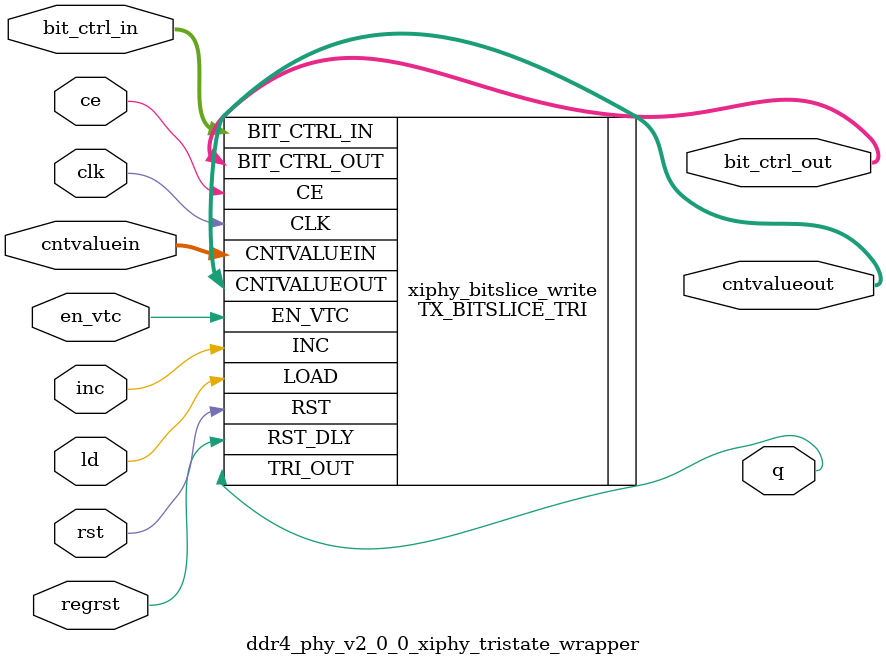
<source format=sv>

`timescale 1ps / 1ps

module ddr4_phy_v2_0_0_xiphy_tristate_wrapper #(

   parameter integer   DATA_WIDTH	= 8,           //8, 4, 1-bit interface 
   parameter           INIT             = 1'b0,        //Initial Oserdes value
   parameter           DELAY_TYPE       = "FIXED",     //FIXED, VAR_LOAD, VARIABLE type of ODELAY     
   parameter           DELAY_FORMAT     = "TIME",      //TIME (mc_fixed_dly_ratio = (2*9)*(1000000/REFCLK_FREQ/DELAY_VAL), COUNT (mc_fixed_delay_ratio={9'b0, DELAY_VAL})
   parameter           UPDATE_MODE      = "ASYNC",     //ASYNC (mc_le_manual=0,mc_le_async=1), SYNC(mc_le_manual=0,mc_le_sync=0), MANUAL (mc_le_manual=1,mc_le_async=0)
   parameter           DELAY_VAL        = 0,           //0 to 1250 ps
   parameter real      REFCLK_FREQ	= 300.0,       //300-2667 MHz
   parameter           OUTPUT_PHASE_90  = "FALSE",      //Delay DQ phase by 90 wrt write DQS
   parameter           NATIVE_ODELAY_BYPASS  = "FALSE",     //Delay DQ phase by 90 wrt write DQS
   parameter           SIM_DEVICE            = "ULTRASCALE"
) (
  input          ce,                 // odelay ce
  input          clk,                // odelay clk
  input          inc,                // odelay inc
  input          ld,                 // odelay ld
  input  [8:0]   cntvaluein,         // odelay 
  output [8:0]   cntvalueout,        // odelay cntvalueout
  output         q,                  // TX q output
  input          regrst,             // odelay reset
  input          rst,                // oserdes reset
  input          en_vtc,             // odelay en_vtc
  //Ribbon cable input bus from bitslice control 
//  input  [3:0]   nib_ctrl_in,        // {ddr_clk, div2_clk, div4_clk, ctrl_clk}  

  //Ribbon cable per-bit input bus from bitslice control 
  input  [39:0]  bit_ctrl_in,
  // {div4_clk, div2_clk, ddr_clk, force_oe_b, d[7:0], ctl2bs_tx_ddr_phase_sel, tx_bs_reset, tx_mux_360_p_sel, tx_mux_360_n_sel, tx_mux_720_p0_sel, tx_mux_720_p1_sel, tx_mux_720_p2_sel, tx_mux_720_p3_sel, 
  //toggle_div2_sel, ctl2bs_dynamic_mode_en, ctrl_ce, ctrl_inc, ctrl_ld, ctrl_dly[8:0], ctrl_clk}  

  //Ribbon cable per-bit output bus to bitslice control 
  //{bs2ctl_tx_ddr_phase_sel, vtc_ready, cntvalueout[8:0]}         
//  input  [10:0]  bit_ctrl_out 
  output  [39:0]  bit_ctrl_out

);

`ifdef ULTRASCALE_PHY_BLH
B_TX_BITSLICE_TRI #(
`else
TX_BITSLICE_TRI #(
`endif
   .DATA_WIDTH              (DATA_WIDTH),       //8, 2, 1
   .DELAY_FORMAT            (DELAY_FORMAT),     //TIME, COUNT
   .UPDATE_MODE             (UPDATE_MODE),      //SYNC, ASYNC, MANUAL 
   .INIT	                (INIT),             //Initial Oserdes value             
   .DELAY_TYPE   	        (DELAY_TYPE),       //FIXED, VAR_LOAD, VARIABLE
   .DELAY_VALUE	            (DELAY_VAL),        //0 to 1250 ps
   .REFCLK_FREQUENCY	    (REFCLK_FREQ),      //300-2667
   .OUTPUT_PHASE_90	        (OUTPUT_PHASE_90),   //delay output phase by 90
`ifndef ULTRASCALE_PHY_BLH
   .SIM_DEVICE              (SIM_DEVICE),
`endif
   .NATIVE_ODELAY_BYPASS    (NATIVE_ODELAY_BYPASS)
) 
xiphy_bitslice_write
(
   .CE                      (ce),
   .CLK                     (clk),
   .INC                     (inc),
   .LOAD                    (ld),
   .CNTVALUEIN              (cntvaluein),
   .CNTVALUEOUT             (cntvalueout),
   .TRI_OUT                 (q),
   .RST_DLY                 (regrst),
   .RST                     (rst),
   .EN_VTC                  (en_vtc),
 //  .NIB_CTRL_IN             (nib_ctrl_in),
   .BIT_CTRL_IN             (bit_ctrl_in),
   .BIT_CTRL_OUT            (bit_ctrl_out)
);

endmodule


</source>
